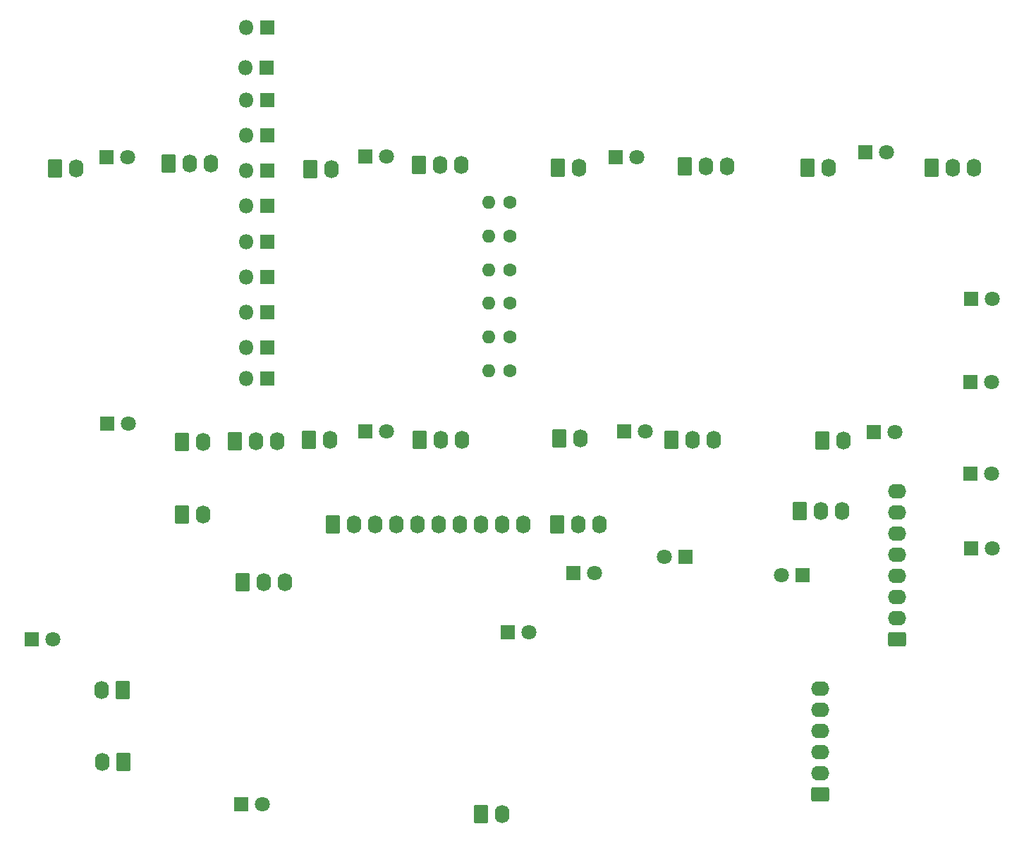
<source format=gbr>
%TF.GenerationSoftware,KiCad,Pcbnew,7.0.9*%
%TF.CreationDate,2023-11-26T15:46:12+10:00*%
%TF.ProjectId,INTERCOMM BACKLIGHT VALIDATION,494e5445-5243-44f4-9d4d-204241434b4c,rev?*%
%TF.SameCoordinates,Original*%
%TF.FileFunction,Soldermask,Top*%
%TF.FilePolarity,Negative*%
%FSLAX46Y46*%
G04 Gerber Fmt 4.6, Leading zero omitted, Abs format (unit mm)*
G04 Created by KiCad (PCBNEW 7.0.9) date 2023-11-26 15:46:12*
%MOMM*%
%LPD*%
G01*
G04 APERTURE LIST*
G04 Aperture macros list*
%AMRoundRect*
0 Rectangle with rounded corners*
0 $1 Rounding radius*
0 $2 $3 $4 $5 $6 $7 $8 $9 X,Y pos of 4 corners*
0 Add a 4 corners polygon primitive as box body*
4,1,4,$2,$3,$4,$5,$6,$7,$8,$9,$2,$3,0*
0 Add four circle primitives for the rounded corners*
1,1,$1+$1,$2,$3*
1,1,$1+$1,$4,$5*
1,1,$1+$1,$6,$7*
1,1,$1+$1,$8,$9*
0 Add four rect primitives between the rounded corners*
20,1,$1+$1,$2,$3,$4,$5,0*
20,1,$1+$1,$4,$5,$6,$7,0*
20,1,$1+$1,$6,$7,$8,$9,0*
20,1,$1+$1,$8,$9,$2,$3,0*%
G04 Aperture macros list end*
%ADD10RoundRect,0.250000X-0.620000X-0.845000X0.620000X-0.845000X0.620000X0.845000X-0.620000X0.845000X0*%
%ADD11O,1.740000X2.190000*%
%ADD12R,1.800000X1.800000*%
%ADD13O,1.800000X1.800000*%
%ADD14C,1.600000*%
%ADD15O,1.600000X1.600000*%
%ADD16RoundRect,0.250000X0.845000X-0.620000X0.845000X0.620000X-0.845000X0.620000X-0.845000X-0.620000X0*%
%ADD17O,2.190000X1.740000*%
%ADD18RoundRect,0.250000X0.620000X0.845000X-0.620000X0.845000X-0.620000X-0.845000X0.620000X-0.845000X0*%
%ADD19C,1.800000*%
G04 APERTURE END LIST*
D10*
%TO.C,J4*%
X126930000Y-96890000D03*
D11*
X129470000Y-96890000D03*
X132010000Y-96890000D03*
X134550000Y-96890000D03*
X137090000Y-96890000D03*
X139630000Y-96890000D03*
X142170000Y-96890000D03*
X144710000Y-96890000D03*
X147250000Y-96890000D03*
X149790000Y-96890000D03*
%TD*%
D10*
%TO.C,RV9*%
X198870000Y-54090000D03*
D11*
X201410000Y-54090000D03*
X203950000Y-54090000D03*
%TD*%
D10*
%TO.C,RV8*%
X182970000Y-95310000D03*
D11*
X185510000Y-95310000D03*
X188050000Y-95310000D03*
%TD*%
D10*
%TO.C,RV7*%
X169180000Y-53870000D03*
D11*
X171720000Y-53870000D03*
X174260000Y-53870000D03*
%TD*%
D10*
%TO.C,RV6*%
X167640000Y-86760000D03*
D11*
X170180000Y-86760000D03*
X172720000Y-86760000D03*
%TD*%
D10*
%TO.C,RV5*%
X116110000Y-103810000D03*
D11*
X118650000Y-103810000D03*
X121190000Y-103810000D03*
%TD*%
D10*
%TO.C,RV4*%
X137300000Y-53750000D03*
D11*
X139840000Y-53750000D03*
X142380000Y-53750000D03*
%TD*%
D10*
%TO.C,RV3*%
X137400000Y-86710000D03*
D11*
X139940000Y-86710000D03*
X142480000Y-86710000D03*
%TD*%
D10*
%TO.C,RV2*%
X107250000Y-53540000D03*
D11*
X109790000Y-53540000D03*
X112330000Y-53540000D03*
%TD*%
D10*
%TO.C,J5*%
X153920000Y-96930000D03*
D11*
X156460000Y-96930000D03*
X159000000Y-96930000D03*
%TD*%
D12*
%TO.C,D29*%
X119070000Y-75660000D03*
D13*
X116530000Y-75660000D03*
%TD*%
D12*
%TO.C,D28*%
X119070000Y-71410000D03*
D13*
X116530000Y-71410000D03*
%TD*%
D12*
%TO.C,D27*%
X119070000Y-67160000D03*
D13*
X116530000Y-67160000D03*
%TD*%
D12*
%TO.C,D26*%
X119070000Y-62910000D03*
D13*
X116530000Y-62910000D03*
%TD*%
D12*
%TO.C,D25*%
X119070000Y-79400000D03*
D13*
X116530000Y-79400000D03*
%TD*%
D12*
%TO.C,D24*%
X119070000Y-58660000D03*
D13*
X116530000Y-58660000D03*
%TD*%
D12*
%TO.C,D23*%
X119070000Y-54410000D03*
D13*
X116530000Y-54410000D03*
%TD*%
D12*
%TO.C,D22*%
X119070000Y-50160000D03*
D13*
X116530000Y-50160000D03*
%TD*%
D12*
%TO.C,D21*%
X119070000Y-45910000D03*
D13*
X116530000Y-45910000D03*
%TD*%
D12*
%TO.C,D2*%
X119120000Y-37180000D03*
D13*
X116580000Y-37180000D03*
%TD*%
D12*
%TO.C,D1*%
X119040000Y-42000000D03*
D13*
X116500000Y-42000000D03*
%TD*%
D10*
%TO.C,SW10*%
X185680000Y-86850000D03*
D11*
X188220000Y-86850000D03*
%TD*%
D10*
%TO.C,SW9*%
X183980000Y-54020000D03*
D11*
X186520000Y-54020000D03*
%TD*%
D10*
%TO.C,SW8*%
X144740000Y-131660000D03*
D11*
X147280000Y-131660000D03*
%TD*%
D10*
%TO.C,SW5*%
X154000000Y-54020000D03*
D11*
X156540000Y-54020000D03*
%TD*%
D10*
%TO.C,SW4*%
X124040000Y-86770000D03*
D11*
X126580000Y-86770000D03*
%TD*%
D10*
%TO.C,SW3*%
X124210000Y-54250000D03*
D11*
X126750000Y-54250000D03*
%TD*%
D10*
%TO.C,SW2*%
X108800000Y-86950000D03*
D11*
X111340000Y-86950000D03*
%TD*%
D10*
%TO.C,SW1*%
X93590000Y-54160000D03*
D11*
X96130000Y-54160000D03*
%TD*%
D14*
%TO.C,R6*%
X148170000Y-78450000D03*
D15*
X145630000Y-78450000D03*
%TD*%
D14*
%TO.C,R5*%
X148170000Y-74400000D03*
D15*
X145630000Y-74400000D03*
%TD*%
D14*
%TO.C,R4*%
X148170000Y-70350000D03*
D15*
X145630000Y-70350000D03*
%TD*%
D14*
%TO.C,R3*%
X148170000Y-66300000D03*
D15*
X145630000Y-66300000D03*
%TD*%
D14*
%TO.C,R2*%
X148170000Y-62250000D03*
D15*
X145630000Y-62250000D03*
%TD*%
D14*
%TO.C,R1*%
X148170000Y-58200000D03*
D15*
X145630000Y-58200000D03*
%TD*%
D16*
%TO.C,J6*%
X194670000Y-110690000D03*
D17*
X194670000Y-108150000D03*
X194670000Y-105610000D03*
X194670000Y-103070000D03*
X194670000Y-100530000D03*
X194670000Y-97990000D03*
X194670000Y-95450000D03*
X194670000Y-92910000D03*
%TD*%
D16*
%TO.C,J3*%
X185460000Y-129360000D03*
D17*
X185460000Y-126820000D03*
X185460000Y-124280000D03*
X185460000Y-121740000D03*
X185460000Y-119200000D03*
X185460000Y-116660000D03*
%TD*%
D18*
%TO.C,J2*%
X101770000Y-116800000D03*
D11*
X99230000Y-116800000D03*
%TD*%
D18*
%TO.C,J1*%
X101780000Y-125440000D03*
D11*
X99240000Y-125440000D03*
%TD*%
D12*
%TO.C,D20*%
X99850000Y-84750000D03*
D19*
X102390000Y-84750000D03*
%TD*%
D12*
%TO.C,D19*%
X191935000Y-85790000D03*
D19*
X194475000Y-85790000D03*
%TD*%
D12*
%TO.C,D18*%
X190910000Y-52180000D03*
D19*
X193450000Y-52180000D03*
%TD*%
D12*
%TO.C,D17*%
X99810000Y-52750000D03*
D19*
X102350000Y-52750000D03*
%TD*%
D12*
%TO.C,D16*%
X147925000Y-109830000D03*
D19*
X150465000Y-109830000D03*
%TD*%
D12*
%TO.C,D15*%
X155820000Y-102720000D03*
D19*
X158360000Y-102720000D03*
%TD*%
D12*
%TO.C,D14*%
X130840000Y-85720000D03*
D19*
X133380000Y-85720000D03*
%TD*%
D12*
%TO.C,D13*%
X203500000Y-90830000D03*
D19*
X206040000Y-90830000D03*
%TD*%
D12*
%TO.C,D12*%
X203555000Y-69820000D03*
D19*
X206095000Y-69820000D03*
%TD*%
D12*
%TO.C,D11*%
X130820000Y-52720000D03*
D19*
X133360000Y-52720000D03*
%TD*%
D12*
%TO.C,D10*%
X115990000Y-130520000D03*
D19*
X118530000Y-130520000D03*
%TD*%
D12*
%TO.C,D9*%
X90825000Y-110730000D03*
D19*
X93365000Y-110730000D03*
%TD*%
D12*
%TO.C,D8*%
X161930000Y-85730000D03*
D19*
X164470000Y-85730000D03*
%TD*%
D12*
%TO.C,D7*%
X203550000Y-99770000D03*
D19*
X206090000Y-99770000D03*
%TD*%
D12*
%TO.C,D6*%
X203460000Y-79820000D03*
D19*
X206000000Y-79820000D03*
%TD*%
%TO.C,D5*%
X163415000Y-52790000D03*
D12*
X160875000Y-52790000D03*
%TD*%
%TO.C,D4*%
X183390000Y-103020000D03*
D19*
X180850000Y-103020000D03*
%TD*%
D12*
%TO.C,D3*%
X169330000Y-100800000D03*
D19*
X166790000Y-100800000D03*
%TD*%
D10*
%TO.C,SW7*%
X108830000Y-95720000D03*
D11*
X111370000Y-95720000D03*
%TD*%
D10*
%TO.C,RV1*%
X115170000Y-86940000D03*
D11*
X117710000Y-86940000D03*
X120250000Y-86940000D03*
%TD*%
D10*
%TO.C,SW6*%
X154180000Y-86560000D03*
D11*
X156720000Y-86560000D03*
%TD*%
M02*

</source>
